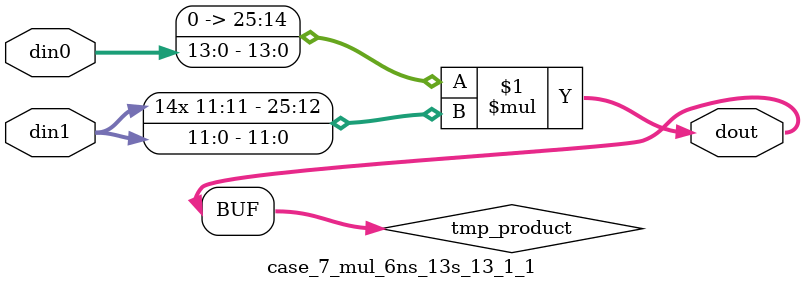
<source format=v>

`timescale 1 ns / 1 ps

 (* use_dsp = "no" *)  module case_7_mul_6ns_13s_13_1_1(din0, din1, dout);
parameter ID = 1;
parameter NUM_STAGE = 0;
parameter din0_WIDTH = 14;
parameter din1_WIDTH = 12;
parameter dout_WIDTH = 26;

input [din0_WIDTH - 1 : 0] din0; 
input [din1_WIDTH - 1 : 0] din1; 
output [dout_WIDTH - 1 : 0] dout;

wire signed [dout_WIDTH - 1 : 0] tmp_product;

























assign tmp_product = $signed({1'b0, din0}) * $signed(din1);










assign dout = tmp_product;





















endmodule

</source>
